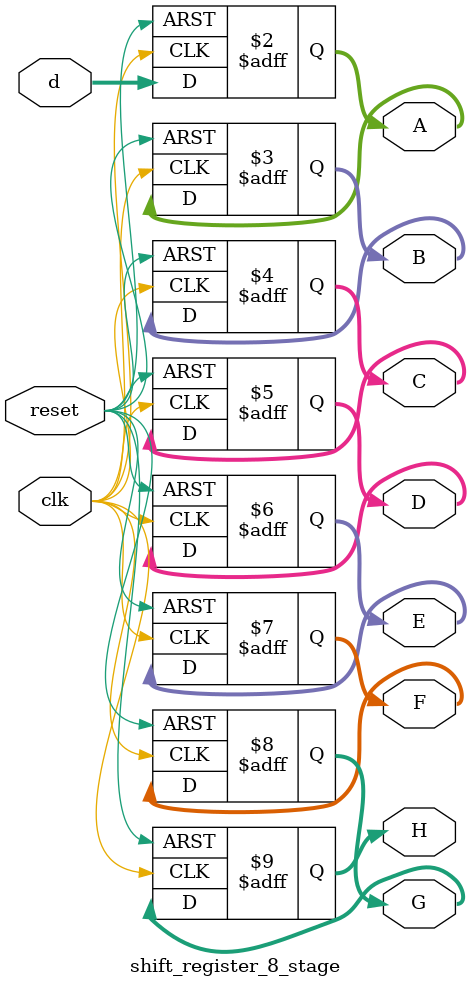
<source format=v>
module shift_register_8_stage (
    input wire clk,       // Clock input
    input wire reset,     // Reset input (active high)
    input wire [15:0] d,  // 16-bit Data input
    output reg [15:0] A,  // Stage 1 output
    output reg [15:0] B,  // Stage 2 output
    output reg [15:0] C,  // Stage 3 output
    output reg [15:0] D,  // Stage 4 output
    output reg [15:0] E,  // Stage 5 output
    output reg [15:0] F,  // Stage 6 output
    output reg [15:0] G,  // Stage 7 output
    output reg [15:0] H   // Stage 8 output
);

always @(posedge clk or posedge reset) begin
    if (reset) begin
        A <= 16'b0;
        B <= 16'b0;
        C <= 16'b0;
        D <= 16'b0;
        E <= 16'b0;
        F <= 16'b0;
        G <= 16'b0;
        H <= 16'b0;
    end else begin
        H <= G;
        G <= F;
        F <= E;
        E <= D;
        D <= C;
        C <= B;
        B <= A;
        A <= d;
    end
end

endmodule
</source>
